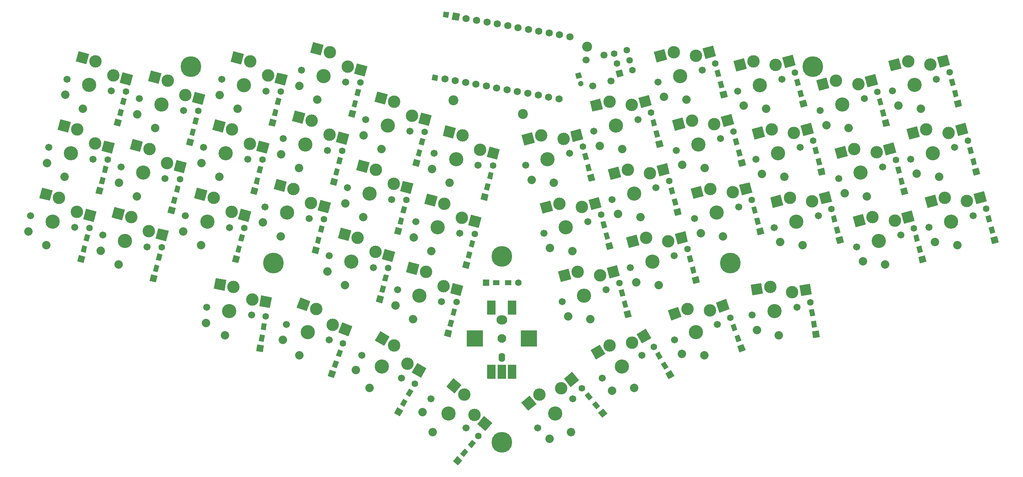
<source format=gbs>
G04 #@! TF.GenerationSoftware,KiCad,Pcbnew,(5.1.9)-1*
G04 #@! TF.CreationDate,2021-07-05T21:58:01+03:00*
G04 #@! TF.ProjectId,choctopus44,63686f63-746f-4707-9573-34342e6b6963,1.0 Prototype*
G04 #@! TF.SameCoordinates,Original*
G04 #@! TF.FileFunction,Soldermask,Bot*
G04 #@! TF.FilePolarity,Negative*
%FSLAX46Y46*%
G04 Gerber Fmt 4.6, Leading zero omitted, Abs format (unit mm)*
G04 Created by KiCad (PCBNEW (5.1.9)-1) date 2021-07-05 21:58:01*
%MOMM*%
%LPD*%
G01*
G04 APERTURE LIST*
%ADD10O,2.600000X2.200000*%
%ADD11O,1.600000X2.200000*%
%ADD12C,2.100000*%
%ADD13R,2.000000X3.500000*%
%ADD14R,4.000000X4.000000*%
%ADD15C,1.701800*%
%ADD16C,0.100000*%
%ADD17C,3.000000*%
%ADD18C,3.429000*%
%ADD19C,2.032000*%
%ADD20C,1.752600*%
%ADD21C,1.600000*%
%ADD22R,1.600000X1.200000*%
%ADD23R,1.600000X1.600000*%
%ADD24C,5.000000*%
%ADD25C,1.700000*%
%ADD26C,2.400000*%
G04 APERTURE END LIST*
D10*
X144660000Y-125000000D03*
D11*
X144660000Y-134000000D03*
D12*
X144660000Y-129500000D03*
D13*
X147160000Y-122000000D03*
X142160000Y-122000000D03*
D14*
X151160000Y-129500000D03*
X138160000Y-129500000D03*
D13*
X147160000Y-137500000D03*
X144660000Y-137500000D03*
X142160000Y-137500000D03*
D15*
X166860408Y-79455239D03*
X177485592Y-76608229D03*
D16*
G36*
X166550381Y-74724276D02*
G01*
X165877452Y-72212869D01*
X168388859Y-71539940D01*
X169061788Y-74051347D01*
X166550381Y-74724276D01*
G37*
D17*
X176032058Y-73115417D03*
D18*
X172173000Y-78031734D03*
D19*
X168326883Y-82996347D03*
X173700032Y-83730696D03*
D17*
X170633027Y-72284475D03*
D16*
G36*
X178276226Y-73859953D02*
G01*
X177603297Y-71348546D01*
X180114704Y-70675617D01*
X180787633Y-73187024D01*
X178276226Y-73859953D01*
G37*
D15*
X72730280Y-83345636D03*
X83355464Y-86192646D03*
D16*
G36*
X74827270Y-79093489D02*
G01*
X75500199Y-76582082D01*
X78011606Y-77255011D01*
X77338677Y-79766418D01*
X74827270Y-79093489D01*
G37*
D17*
X83843073Y-82441014D03*
D18*
X78042872Y-84769141D03*
D19*
X72229730Y-87145564D03*
X76515840Y-90468103D03*
D17*
X79582845Y-79021882D03*
D16*
G36*
X85414312Y-84207886D02*
G01*
X86087241Y-81696479D01*
X88598648Y-82369408D01*
X87925719Y-84880815D01*
X85414312Y-84207886D01*
G37*
D15*
X128306325Y-84784884D03*
X138931509Y-87631894D03*
D16*
G36*
X130403315Y-80532737D02*
G01*
X131076244Y-78021330D01*
X133587651Y-78694259D01*
X132914722Y-81205666D01*
X130403315Y-80532737D01*
G37*
D17*
X139419118Y-83880262D03*
D18*
X133618917Y-86208389D03*
D19*
X127805775Y-88584812D03*
X132091885Y-91907351D03*
D17*
X135158890Y-80461130D03*
D16*
G36*
X140990357Y-85647134D02*
G01*
X141663286Y-83135727D01*
X144174693Y-83808656D01*
X143501764Y-86320063D01*
X140990357Y-85647134D01*
G37*
D15*
X182349785Y-67561994D03*
X192974969Y-64714984D03*
D16*
G36*
X182039758Y-62831031D02*
G01*
X181366829Y-60319624D01*
X183878236Y-59646695D01*
X184551165Y-62158102D01*
X182039758Y-62831031D01*
G37*
D17*
X191521435Y-61222172D03*
D18*
X187662377Y-66138489D03*
D19*
X183816260Y-71103102D03*
X189189409Y-71837451D03*
D17*
X186122404Y-60391230D03*
D16*
G36*
X193765603Y-61966708D02*
G01*
X193092674Y-59455301D01*
X195604081Y-58782372D01*
X196277010Y-61293779D01*
X193765603Y-61966708D01*
G37*
D15*
X111836286Y-76608311D03*
X122461470Y-79455321D03*
D16*
G36*
X113933276Y-72356164D02*
G01*
X114606205Y-69844757D01*
X117117612Y-70517686D01*
X116444683Y-73029093D01*
X113933276Y-72356164D01*
G37*
D17*
X122949079Y-75703689D03*
D18*
X117148878Y-78031816D03*
D19*
X111335736Y-80408239D03*
X115621846Y-83730778D03*
D17*
X118688851Y-72284557D03*
D16*
G36*
X124520318Y-77470561D02*
G01*
X125193247Y-74959154D01*
X127704654Y-75632083D01*
X127031725Y-78143490D01*
X124520318Y-77470561D01*
G37*
D15*
X247710233Y-102657002D03*
X258335417Y-99809992D03*
D16*
G36*
X247400206Y-97926039D02*
G01*
X246727277Y-95414632D01*
X249238684Y-94741703D01*
X249911613Y-97253110D01*
X247400206Y-97926039D01*
G37*
D17*
X256881883Y-96317180D03*
D18*
X253022825Y-101233497D03*
D19*
X249176708Y-106198110D03*
X254549857Y-106932459D03*
D17*
X251482852Y-95486238D03*
D16*
G36*
X259126051Y-97061716D02*
G01*
X258453122Y-94550309D01*
X260964529Y-93877380D01*
X261637458Y-96388787D01*
X259126051Y-97061716D01*
G37*
D15*
X96346909Y-64715066D03*
X106972093Y-67562076D03*
D16*
G36*
X98443899Y-60462919D02*
G01*
X99116828Y-57951512D01*
X101628235Y-58624441D01*
X100955306Y-61135848D01*
X98443899Y-60462919D01*
G37*
D17*
X107459702Y-63810444D03*
D18*
X101659501Y-66138571D03*
D19*
X95846359Y-68514994D03*
X100132469Y-71837533D03*
D17*
X103199474Y-60391312D03*
D16*
G36*
X109030941Y-65577316D02*
G01*
X109703870Y-63065909D01*
X112215277Y-63738838D01*
X111542348Y-66250245D01*
X109030941Y-65577316D01*
G37*
D15*
X30986462Y-99810074D03*
X41611646Y-102657084D03*
D16*
G36*
X33083452Y-95557927D02*
G01*
X33756381Y-93046520D01*
X36267788Y-93719449D01*
X35594859Y-96230856D01*
X33083452Y-95557927D01*
G37*
D17*
X42099255Y-98905452D03*
D18*
X36299054Y-101233579D03*
D19*
X30485912Y-103610002D03*
X34772022Y-106932541D03*
D17*
X37839027Y-95486320D03*
D16*
G36*
X43670494Y-100672324D02*
G01*
X44343423Y-98160917D01*
X46854830Y-98833846D01*
X46181901Y-101345253D01*
X43670494Y-100672324D01*
G37*
D15*
X127581757Y-144018601D03*
X136008245Y-151089265D03*
D16*
G36*
X131279310Y-141051073D02*
G01*
X132950558Y-139059357D01*
X134942274Y-140730605D01*
X133271026Y-142722321D01*
X131279310Y-141051073D01*
G37*
D17*
X138035677Y-147895204D03*
D18*
X131795001Y-147553933D03*
D19*
X125522186Y-147250964D03*
X128002554Y-152073595D03*
D17*
X135619587Y-142995969D03*
D16*
G36*
X138712990Y-150160568D02*
G01*
X140384238Y-148168852D01*
X142375954Y-149840100D01*
X140704706Y-151831816D01*
X138712990Y-150160568D01*
G37*
D15*
X186300525Y-129828471D03*
X196637143Y-126066249D03*
D16*
G36*
X185579347Y-125142532D02*
G01*
X184690094Y-122699331D01*
X187133295Y-121810078D01*
X188022548Y-124253279D01*
X185579347Y-125142532D01*
G37*
D17*
X194884722Y-122713412D03*
D18*
X191468834Y-127947360D03*
D19*
X188070047Y-133228293D03*
X193486753Y-133491546D03*
D17*
X189433814Y-122356189D03*
D16*
G36*
X197185241Y-123259523D02*
G01*
X196295988Y-120816322D01*
X198739189Y-119927069D01*
X199628442Y-122370270D01*
X197185241Y-123259523D01*
G37*
D15*
X168879952Y-139019195D03*
X178406232Y-133519195D03*
D16*
G36*
X167356026Y-134529677D02*
G01*
X166056026Y-132278011D01*
X168307692Y-130978011D01*
X169607692Y-133229677D01*
X167356026Y-134529677D01*
G37*
D17*
X176098219Y-130521600D03*
D18*
X173643092Y-136269195D03*
D19*
X171212965Y-142060092D03*
X176593092Y-141378745D03*
D17*
X170668092Y-131116344D03*
D16*
G36*
X178458619Y-130659933D02*
G01*
X177158619Y-128408267D01*
X179410285Y-127108267D01*
X180710285Y-129359933D01*
X178458619Y-130659933D01*
G37*
D15*
X92683404Y-126066249D03*
X103020022Y-129828471D03*
D16*
G36*
X95143013Y-122013047D02*
G01*
X96032266Y-119569846D01*
X98475467Y-120459099D01*
X97586214Y-122902300D01*
X95143013Y-122013047D01*
G37*
D17*
X103832752Y-126133613D03*
D18*
X97851713Y-127947360D03*
D19*
X91853573Y-129808091D03*
X95833794Y-133491546D03*
D17*
X99886733Y-122356189D03*
D16*
G36*
X105244018Y-128030703D02*
G01*
X106133271Y-125587502D01*
X108576472Y-126476755D01*
X107687219Y-128919956D01*
X105244018Y-128030703D01*
G37*
D15*
X73457466Y-121894935D03*
X84290352Y-123805065D03*
D16*
G36*
X75175877Y-117476203D02*
G01*
X75627363Y-114915703D01*
X78187863Y-115367189D01*
X77736377Y-117927689D01*
X75175877Y-117476203D01*
G37*
D17*
X84449128Y-120025212D03*
D18*
X78873909Y-122850000D03*
D19*
X73290007Y-125724029D03*
X77849385Y-128660366D03*
D17*
X79907116Y-116990394D03*
D16*
G36*
X86168381Y-121648417D02*
G01*
X86619867Y-119087917D01*
X89180367Y-119539403D01*
X88728881Y-122099903D01*
X86168381Y-121648417D01*
G37*
D15*
X230281522Y-107333811D03*
X240906706Y-104486801D03*
D16*
G36*
X229971495Y-102602848D02*
G01*
X229298566Y-100091441D01*
X231809973Y-99418512D01*
X232482902Y-101929919D01*
X229971495Y-102602848D01*
G37*
D17*
X239453172Y-100993989D03*
D18*
X235594114Y-105910306D03*
D19*
X231747997Y-110874919D03*
X237121146Y-111609268D03*
D17*
X234054141Y-100163047D03*
D16*
G36*
X241697340Y-101738525D02*
G01*
X241024411Y-99227118D01*
X243535818Y-98554189D01*
X244208747Y-101065596D01*
X241697340Y-101738525D01*
G37*
D15*
X210379367Y-102670654D03*
X221004551Y-99823644D03*
D16*
G36*
X210069340Y-97939691D02*
G01*
X209396411Y-95428284D01*
X211907818Y-94755355D01*
X212580747Y-97266762D01*
X210069340Y-97939691D01*
G37*
D17*
X219551017Y-96330832D03*
D18*
X215691959Y-101247149D03*
D19*
X211845842Y-106211762D03*
X217218991Y-106946111D03*
D17*
X214151986Y-95499890D03*
D16*
G36*
X221795185Y-97075368D02*
G01*
X221122256Y-94563961D01*
X223633663Y-93891032D01*
X224306592Y-96402439D01*
X221795185Y-97075368D01*
G37*
D15*
X175649455Y-112334338D03*
X186274639Y-109487328D03*
D16*
G36*
X175339428Y-107603375D02*
G01*
X174666499Y-105091968D01*
X177177906Y-104419039D01*
X177850835Y-106930446D01*
X175339428Y-107603375D01*
G37*
D17*
X184821105Y-105994516D03*
D18*
X180962047Y-110910833D03*
D19*
X177115930Y-115875446D03*
X182489079Y-116609795D03*
D17*
X179422074Y-105163574D03*
D16*
G36*
X187065273Y-106739052D02*
G01*
X186392344Y-104227645D01*
X188903751Y-103554716D01*
X189576680Y-106066123D01*
X187065273Y-106739052D01*
G37*
D15*
X243296409Y-86168951D03*
X253921593Y-83321941D03*
D16*
G36*
X242986382Y-81437988D02*
G01*
X242313453Y-78926581D01*
X244824860Y-78253652D01*
X245497789Y-80765059D01*
X242986382Y-81437988D01*
G37*
D17*
X252468059Y-79829129D03*
D18*
X248609001Y-84745446D03*
D19*
X244762884Y-89710059D03*
X250136033Y-90444408D03*
D17*
X247069028Y-78998187D03*
D16*
G36*
X254712227Y-80573665D02*
G01*
X254039298Y-78062258D01*
X256550705Y-77389329D01*
X257223634Y-79900736D01*
X254712227Y-80573665D01*
G37*
D15*
X225911032Y-90882121D03*
X236536216Y-88035111D03*
D16*
G36*
X225601005Y-86151158D02*
G01*
X224928076Y-83639751D01*
X227439483Y-82966822D01*
X228112412Y-85478229D01*
X225601005Y-86151158D01*
G37*
D17*
X235082682Y-84542299D03*
D18*
X231223624Y-89458616D03*
D19*
X227377507Y-94423229D03*
X232750656Y-95157578D03*
D17*
X229683651Y-83711357D03*
D16*
G36*
X237326850Y-85286835D02*
G01*
X236653921Y-82775428D01*
X239165328Y-82102499D01*
X239838257Y-84613906D01*
X237326850Y-85286835D01*
G37*
D15*
X205966415Y-86192564D03*
X216591599Y-83345554D03*
D16*
G36*
X205656388Y-81461601D02*
G01*
X204983459Y-78950194D01*
X207494866Y-78277265D01*
X208167795Y-80788672D01*
X205656388Y-81461601D01*
G37*
D17*
X215138065Y-79852742D03*
D18*
X211279007Y-84769059D03*
D19*
X207432890Y-89733672D03*
X212806039Y-90468021D03*
D17*
X209739034Y-79021800D03*
D16*
G36*
X217382233Y-80597278D02*
G01*
X216709304Y-78085871D01*
X219220711Y-77412942D01*
X219893640Y-79924349D01*
X217382233Y-80597278D01*
G37*
D15*
X186752776Y-84040955D03*
X197377960Y-81193945D03*
D16*
G36*
X186442749Y-79309992D02*
G01*
X185769820Y-76798585D01*
X188281227Y-76125656D01*
X188954156Y-78637063D01*
X186442749Y-79309992D01*
G37*
D17*
X195924426Y-77701133D03*
D18*
X192065368Y-82617450D03*
D19*
X188219251Y-87582063D03*
X193592400Y-88316412D03*
D17*
X190525395Y-76870191D03*
D16*
G36*
X198168594Y-78445669D02*
G01*
X197495665Y-75934262D01*
X200007072Y-75261333D01*
X200680001Y-77772740D01*
X198168594Y-78445669D01*
G37*
D15*
X171250822Y-95905186D03*
X181876006Y-93058176D03*
D16*
G36*
X170940795Y-91174223D02*
G01*
X170267866Y-88662816D01*
X172779273Y-87989887D01*
X173452202Y-90501294D01*
X170940795Y-91174223D01*
G37*
D17*
X180422472Y-89565364D03*
D18*
X176563414Y-94481681D03*
D19*
X172717297Y-99446294D03*
X178090446Y-100180643D03*
D17*
X175023441Y-88734422D03*
D16*
G36*
X182666640Y-90309900D02*
G01*
X181993711Y-87798493D01*
X184505118Y-87125564D01*
X185178047Y-89636971D01*
X182666640Y-90309900D01*
G37*
D15*
X154801579Y-104089978D03*
X165426763Y-101242968D03*
D16*
G36*
X154491552Y-99359015D02*
G01*
X153818623Y-96847608D01*
X156330030Y-96174679D01*
X157002959Y-98686086D01*
X154491552Y-99359015D01*
G37*
D17*
X163973229Y-97750156D03*
D18*
X160114171Y-102666473D03*
D19*
X156268054Y-107631086D03*
X161641203Y-108365435D03*
D17*
X158574198Y-96919214D03*
D16*
G36*
X166217397Y-98494692D02*
G01*
X165544468Y-95983285D01*
X168055875Y-95310356D01*
X168728804Y-97821763D01*
X166217397Y-98494692D01*
G37*
D15*
X103047239Y-109487410D03*
X113672423Y-112334420D03*
D16*
G36*
X105144229Y-105235263D02*
G01*
X105817158Y-102723856D01*
X108328565Y-103396785D01*
X107655636Y-105908192D01*
X105144229Y-105235263D01*
G37*
D17*
X114160032Y-108582788D03*
D18*
X108359831Y-110910915D03*
D19*
X102546689Y-113287338D03*
X106832799Y-116609877D03*
D17*
X109899804Y-105163656D03*
D16*
G36*
X115731271Y-110349660D02*
G01*
X116404200Y-107838253D01*
X118915607Y-108511182D01*
X118242678Y-111022589D01*
X115731271Y-110349660D01*
G37*
D15*
X87524735Y-97681610D03*
X98149919Y-100528620D03*
D16*
G36*
X89621725Y-93429463D02*
G01*
X90294654Y-90918056D01*
X92806061Y-91590985D01*
X92133132Y-94102392D01*
X89621725Y-93429463D01*
G37*
D17*
X98637528Y-96776988D03*
D18*
X92837327Y-99105115D03*
D19*
X87024185Y-101481538D03*
X91310295Y-104804077D03*
D17*
X94377300Y-93357856D03*
D16*
G36*
X100208767Y-98543860D02*
G01*
X100881696Y-96032453D01*
X103393103Y-96705382D01*
X102720174Y-99216789D01*
X100208767Y-98543860D01*
G37*
D15*
X68317327Y-99823726D03*
X78942511Y-102670736D03*
D16*
G36*
X70414317Y-95571579D02*
G01*
X71087246Y-93060172D01*
X73598653Y-93733101D01*
X72925724Y-96244508D01*
X70414317Y-95571579D01*
G37*
D17*
X79430120Y-98919104D03*
D18*
X73629919Y-101247231D03*
D19*
X67816777Y-103623654D03*
X72102887Y-106946193D03*
D17*
X75169892Y-95499972D03*
D16*
G36*
X81001359Y-100685976D02*
G01*
X81674288Y-98174569D01*
X84185695Y-98847498D01*
X83512766Y-101358905D01*
X81001359Y-100685976D01*
G37*
D15*
X123895115Y-101243050D03*
X134520299Y-104090060D03*
D16*
G36*
X125992105Y-96990903D02*
G01*
X126665034Y-94479496D01*
X129176441Y-95152425D01*
X128503512Y-97663832D01*
X125992105Y-96990903D01*
G37*
D17*
X135007908Y-100338428D03*
D18*
X129207707Y-102666555D03*
D19*
X123394565Y-105042978D03*
X127680675Y-108365517D03*
D17*
X130747680Y-96919296D03*
D16*
G36*
X136579147Y-102105300D02*
G01*
X137252076Y-99593893D01*
X139763483Y-100266822D01*
X139090554Y-102778229D01*
X136579147Y-102105300D01*
G37*
D15*
X107445872Y-93058258D03*
X118071056Y-95905268D03*
D16*
G36*
X109542862Y-88806111D02*
G01*
X110215791Y-86294704D01*
X112727198Y-86967633D01*
X112054269Y-89479040D01*
X109542862Y-88806111D01*
G37*
D17*
X118558665Y-92153636D03*
D18*
X112758464Y-94481763D03*
D19*
X106945322Y-96858186D03*
X111231432Y-100180725D03*
D17*
X114298437Y-88734504D03*
D16*
G36*
X120129904Y-93920508D02*
G01*
X120802833Y-91409101D01*
X123314240Y-92082030D01*
X122641311Y-94593437D01*
X120129904Y-93920508D01*
G37*
D15*
X52785663Y-88035193D03*
X63410847Y-90882203D03*
D16*
G36*
X54882653Y-83783046D02*
G01*
X55555582Y-81271639D01*
X58066989Y-81944568D01*
X57394060Y-84455975D01*
X54882653Y-83783046D01*
G37*
D17*
X63898456Y-87130571D03*
D18*
X58098255Y-89458698D03*
D19*
X52285113Y-91835121D03*
X56571223Y-95157660D03*
D17*
X59638228Y-83711439D03*
D16*
G36*
X65469695Y-88897443D02*
G01*
X66142624Y-86386036D01*
X68654031Y-87058965D01*
X67981102Y-89570372D01*
X65469695Y-88897443D01*
G37*
D15*
X77130656Y-66896560D03*
X87755840Y-69743570D03*
D16*
G36*
X79227646Y-62644413D02*
G01*
X79900575Y-60133006D01*
X82411982Y-60805935D01*
X81739053Y-63317342D01*
X79227646Y-62644413D01*
G37*
D17*
X88243449Y-65991938D03*
D18*
X82443248Y-68320065D03*
D19*
X76630106Y-70696488D03*
X80916216Y-74019027D03*
D17*
X83983221Y-62572806D03*
D16*
G36*
X89814688Y-67758810D02*
G01*
X90487617Y-65247403D01*
X92999024Y-65920332D01*
X92326095Y-68431739D01*
X89814688Y-67758810D01*
G37*
D15*
X57216796Y-71578770D03*
X67841980Y-74425780D03*
D16*
G36*
X59313786Y-67326623D02*
G01*
X59986715Y-64815216D01*
X62498122Y-65488145D01*
X61825193Y-67999552D01*
X59313786Y-67326623D01*
G37*
D17*
X68329589Y-70674148D03*
D18*
X62529388Y-73002275D03*
D19*
X56716246Y-75378698D03*
X61002356Y-78701237D03*
D17*
X64069361Y-67255016D03*
D16*
G36*
X69900828Y-72441020D02*
G01*
X70573757Y-69929613D01*
X73085164Y-70602542D01*
X72412235Y-73113949D01*
X69900828Y-72441020D01*
G37*
D15*
X39801534Y-66862985D03*
X50426718Y-69709995D03*
D16*
G36*
X41898524Y-62610838D02*
G01*
X42571453Y-60099431D01*
X45082860Y-60772360D01*
X44409931Y-63283767D01*
X41898524Y-62610838D01*
G37*
D17*
X50914327Y-65958363D03*
D18*
X45114126Y-68286490D03*
D19*
X39300984Y-70662913D03*
X43587094Y-73985452D03*
D17*
X46654099Y-62539231D03*
D16*
G36*
X52485566Y-67725235D02*
G01*
X53158495Y-65213828D01*
X55669902Y-65886757D01*
X54996973Y-68398164D01*
X52485566Y-67725235D01*
G37*
D15*
X205033557Y-123805065D03*
X215866443Y-121894935D03*
D16*
G36*
X205137041Y-119065085D02*
G01*
X204685555Y-116504585D01*
X207246055Y-116053099D01*
X207697541Y-118613599D01*
X205137041Y-119065085D01*
G37*
D17*
X214722858Y-118288730D03*
D18*
X210450000Y-122850000D03*
D19*
X206185824Y-127460510D03*
X211474524Y-128660366D03*
D17*
X209416793Y-116990394D03*
D16*
G36*
X216893596Y-119226025D02*
G01*
X216442110Y-116665525D01*
X219002610Y-116214039D01*
X219454096Y-118774539D01*
X216893596Y-119226025D01*
G37*
D15*
X153312653Y-151089265D03*
X161739141Y-144018601D03*
D16*
G36*
X151032281Y-146932580D02*
G01*
X149361033Y-144940864D01*
X151352749Y-143269616D01*
X153023997Y-145261332D01*
X151032281Y-146932580D01*
G37*
D17*
X158945666Y-141467328D03*
D18*
X157525897Y-147553933D03*
D19*
X156138268Y-153678840D03*
X161318344Y-152073595D03*
D17*
X153701311Y-142995969D03*
D16*
G36*
X161294227Y-141193681D02*
G01*
X159622979Y-139201965D01*
X161614695Y-137530717D01*
X163285943Y-139522433D01*
X161294227Y-141193681D01*
G37*
D15*
X35400286Y-83322023D03*
X46025470Y-86169033D03*
D16*
G36*
X37497276Y-79069876D02*
G01*
X38170205Y-76558469D01*
X40681612Y-77231398D01*
X40008683Y-79742805D01*
X37497276Y-79069876D01*
G37*
D17*
X46513079Y-82417401D03*
D18*
X40712878Y-84745528D03*
D19*
X34899736Y-87121951D03*
X39185846Y-90444490D03*
D17*
X42252851Y-78998269D03*
D16*
G36*
X48084318Y-84184273D02*
G01*
X48757247Y-81672866D01*
X51268654Y-82345795D01*
X50595725Y-84857202D01*
X48084318Y-84184273D01*
G37*
D15*
X191166600Y-100529007D03*
X201791784Y-97681997D03*
D16*
G36*
X190856573Y-95798044D02*
G01*
X190183644Y-93286637D01*
X192695051Y-92613708D01*
X193367980Y-95125115D01*
X190856573Y-95798044D01*
G37*
D17*
X200338250Y-94189185D03*
D18*
X196479192Y-99105502D03*
D19*
X192633075Y-104070115D03*
X198006224Y-104804464D03*
D17*
X194939219Y-93358243D03*
D16*
G36*
X202582418Y-94933721D02*
G01*
X201909489Y-92422314D01*
X204420896Y-91749385D01*
X205093825Y-94260792D01*
X202582418Y-94933721D01*
G37*
D15*
X48415172Y-104486883D03*
X59040356Y-107333893D03*
D16*
G36*
X50512162Y-100234736D02*
G01*
X51185091Y-97723329D01*
X53696498Y-98396258D01*
X53023569Y-100907665D01*
X50512162Y-100234736D01*
G37*
D17*
X59527965Y-103582261D03*
D18*
X53727764Y-105910388D03*
D19*
X47914622Y-108286811D03*
X52200732Y-111609350D03*
D17*
X55267737Y-100163129D03*
D16*
G36*
X61099204Y-105349133D02*
G01*
X61772133Y-102837726D01*
X64283540Y-103510655D01*
X63610611Y-106022062D01*
X61099204Y-105349133D01*
G37*
D15*
X159203699Y-120558978D03*
X169828883Y-117711968D03*
D16*
G36*
X158893672Y-115828015D02*
G01*
X158220743Y-113316608D01*
X160732150Y-112643679D01*
X161405079Y-115155086D01*
X158893672Y-115828015D01*
G37*
D17*
X168375349Y-114219156D03*
D18*
X164516291Y-119135473D03*
D19*
X160670174Y-124100086D03*
X166043323Y-124834435D03*
D17*
X162976318Y-113388214D03*
D16*
G36*
X170619517Y-114963692D02*
G01*
X169946588Y-112452285D01*
X172457995Y-111779356D01*
X173130924Y-114290763D01*
X170619517Y-114963692D01*
G37*
D15*
X238895161Y-69709913D03*
X249520345Y-66862903D03*
D16*
G36*
X238585134Y-64978950D02*
G01*
X237912205Y-62467543D01*
X240423612Y-61794614D01*
X241096541Y-64306021D01*
X238585134Y-64978950D01*
G37*
D17*
X248066811Y-63370091D03*
D18*
X244207753Y-68286408D03*
D19*
X240361636Y-73251021D03*
X245734785Y-73985370D03*
D17*
X242667780Y-62539149D03*
D16*
G36*
X250310979Y-64114627D02*
G01*
X249638050Y-61603220D01*
X252149457Y-60930291D01*
X252822386Y-63441698D01*
X250310979Y-64114627D01*
G37*
D15*
X119492996Y-117712050D03*
X130118180Y-120559060D03*
D16*
G36*
X121589986Y-113459903D02*
G01*
X122262915Y-110948496D01*
X124774322Y-111621425D01*
X124101393Y-114132832D01*
X121589986Y-113459903D01*
G37*
D17*
X130605789Y-116807428D03*
D18*
X124805588Y-119135555D03*
D19*
X118992446Y-121511978D03*
X123278556Y-124834517D03*
D17*
X126345561Y-113388296D03*
D16*
G36*
X132177028Y-118574300D02*
G01*
X132849957Y-116062893D01*
X135361364Y-116735822D01*
X134688435Y-119247229D01*
X132177028Y-118574300D01*
G37*
D15*
X91943918Y-81194027D03*
X102569102Y-84041037D03*
D16*
G36*
X94040908Y-76941880D02*
G01*
X94713837Y-74430473D01*
X97225244Y-75103402D01*
X96552315Y-77614809D01*
X94040908Y-76941880D01*
G37*
D17*
X103056711Y-80289405D03*
D18*
X97256510Y-82617532D03*
D19*
X91443368Y-84993955D03*
X95729478Y-88316494D03*
D17*
X98796483Y-76870273D03*
D16*
G36*
X104627950Y-82056277D02*
G01*
X105300879Y-79544870D01*
X107812286Y-80217799D01*
X107139357Y-82729206D01*
X104627950Y-82056277D01*
G37*
D15*
X110908222Y-133519195D03*
X120434502Y-139019195D03*
D16*
G36*
X114034296Y-129954677D02*
G01*
X115334296Y-127703011D01*
X117585962Y-129003011D01*
X116285962Y-131254677D01*
X114034296Y-129954677D01*
G37*
D17*
X121876489Y-135521600D03*
D18*
X115671362Y-136269195D03*
D19*
X109441235Y-137060092D03*
X112721362Y-141378745D03*
D17*
X118646362Y-131116344D03*
D16*
G36*
X122936889Y-137634933D02*
G01*
X124236889Y-135383267D01*
X126488555Y-136683267D01*
X125188555Y-138934933D01*
X122936889Y-137634933D01*
G37*
D15*
X221479898Y-74425698D03*
X232105082Y-71578688D03*
D16*
G36*
X221169871Y-69694735D02*
G01*
X220496942Y-67183328D01*
X223008349Y-66510399D01*
X223681278Y-69021806D01*
X221169871Y-69694735D01*
G37*
D17*
X230651548Y-68085876D03*
D18*
X226792490Y-73002193D03*
D19*
X222946373Y-77966806D03*
X228319522Y-78701155D03*
D17*
X225252517Y-67254934D03*
D16*
G36*
X232895716Y-68830412D02*
G01*
X232222787Y-66319005D01*
X234734194Y-65646076D01*
X235407123Y-68157483D01*
X232895716Y-68830412D01*
G37*
D15*
X201566039Y-69743488D03*
X212191223Y-66896478D03*
D16*
G36*
X201256012Y-65012525D02*
G01*
X200583083Y-62501118D01*
X203094490Y-61828189D01*
X203767419Y-64339596D01*
X201256012Y-65012525D01*
G37*
D17*
X210737689Y-63403666D03*
D18*
X206878631Y-68319983D03*
D19*
X203032514Y-73284596D03*
X208405663Y-74018945D03*
D17*
X205338658Y-62572724D03*
D16*
G36*
X212981857Y-64148202D02*
G01*
X212308928Y-61636795D01*
X214820335Y-60963866D01*
X215493264Y-63475273D01*
X212981857Y-64148202D01*
G37*
D15*
X150390370Y-87631812D03*
X161015554Y-84784802D03*
D16*
G36*
X150080343Y-82900849D02*
G01*
X149407414Y-80389442D01*
X151918821Y-79716513D01*
X152591750Y-82227920D01*
X150080343Y-82900849D01*
G37*
D17*
X159562020Y-81291990D03*
D18*
X155702962Y-86208307D03*
D19*
X151856845Y-91172920D03*
X157229994Y-91907269D03*
D17*
X154162989Y-80461048D03*
D16*
G36*
X161806188Y-82036526D02*
G01*
X161133259Y-79525119D01*
X163644666Y-78852190D01*
X164317595Y-81363597D01*
X161806188Y-82036526D01*
G37*
D20*
X130919037Y-66778370D03*
X161080963Y-56621630D03*
X133420448Y-67219436D03*
X135921860Y-67660503D03*
X138423272Y-68101569D03*
X140924683Y-68542636D03*
X143426095Y-68983702D03*
X145927507Y-69424768D03*
X148428918Y-69865835D03*
X150930330Y-70306901D03*
X153431742Y-70747967D03*
X155933154Y-71189034D03*
X158434565Y-71630100D03*
X158579552Y-56180564D03*
X156078140Y-55739497D03*
X153576728Y-55298431D03*
X151075317Y-54857364D03*
X148573905Y-54416298D03*
X146072493Y-53975232D03*
X143571082Y-53534165D03*
X141069670Y-53093099D03*
X138568258Y-52652033D03*
X136066846Y-52210966D03*
D16*
G36*
X132550280Y-52480719D02*
G01*
X132854616Y-50754745D01*
X134580590Y-51059081D01*
X134276254Y-52785055D01*
X132550280Y-52480719D01*
G37*
G36*
X132695435Y-122155227D02*
G01*
X133854546Y-122465810D01*
X133440435Y-124011291D01*
X132281324Y-123700708D01*
X132695435Y-122155227D01*
G37*
G36*
X131970741Y-124859819D02*
G01*
X133129852Y-125170402D01*
X132715741Y-126715883D01*
X131556630Y-126405300D01*
X131970741Y-124859819D01*
G37*
D21*
X133714982Y-120668444D03*
D16*
G36*
X131130509Y-127222870D02*
G01*
X132675990Y-127636981D01*
X132261879Y-129182462D01*
X130716398Y-128768351D01*
X131130509Y-127222870D01*
G37*
G36*
X180524042Y-76761989D02*
G01*
X181683153Y-76451406D01*
X182097264Y-77996887D01*
X180938153Y-78307470D01*
X180524042Y-76761989D01*
G37*
G36*
X181248736Y-79466581D02*
G01*
X182407847Y-79155998D01*
X182821958Y-80701479D01*
X181662847Y-81012062D01*
X181248736Y-79466581D01*
G37*
D21*
X180663606Y-74964623D03*
D16*
G36*
X181702598Y-81933160D02*
G01*
X183248079Y-81519049D01*
X183662190Y-83064530D01*
X182116709Y-83478641D01*
X181702598Y-81933160D01*
G37*
G36*
X172871042Y-117870255D02*
G01*
X174030153Y-117559672D01*
X174444264Y-119105153D01*
X173285153Y-119415736D01*
X172871042Y-117870255D01*
G37*
G36*
X173595736Y-120574847D02*
G01*
X174754847Y-120264264D01*
X175168958Y-121809745D01*
X174009847Y-122120328D01*
X173595736Y-120574847D01*
G37*
D21*
X173010606Y-116072889D03*
D16*
G36*
X174049598Y-123041426D02*
G01*
X175595079Y-122627315D01*
X176009190Y-124172796D01*
X174463709Y-124586907D01*
X174049598Y-123041426D01*
G37*
G36*
X184914456Y-93211936D02*
G01*
X186073567Y-92901353D01*
X186487678Y-94446834D01*
X185328567Y-94757417D01*
X184914456Y-93211936D01*
G37*
G36*
X185639150Y-95916528D02*
G01*
X186798261Y-95605945D01*
X187212372Y-97151426D01*
X186053261Y-97462009D01*
X185639150Y-95916528D01*
G37*
D21*
X185054020Y-91414570D03*
D16*
G36*
X186093012Y-98383107D02*
G01*
X187638493Y-97968996D01*
X188052604Y-99514477D01*
X186507123Y-99928588D01*
X186093012Y-98383107D01*
G37*
G36*
X53003973Y-71306162D02*
G01*
X54163084Y-71616745D01*
X53748973Y-73162226D01*
X52589862Y-72851643D01*
X53003973Y-71306162D01*
G37*
G36*
X52279279Y-74010754D02*
G01*
X53438390Y-74321337D01*
X53024279Y-75866818D01*
X51865168Y-75556235D01*
X52279279Y-74010754D01*
G37*
D21*
X54023520Y-69819379D03*
D16*
G36*
X51439047Y-76373805D02*
G01*
X52984528Y-76787916D01*
X52570417Y-78333397D01*
X51024936Y-77919286D01*
X51439047Y-76373805D01*
G37*
G36*
X70419235Y-76021947D02*
G01*
X71578346Y-76332530D01*
X71164235Y-77878011D01*
X70005124Y-77567428D01*
X70419235Y-76021947D01*
G37*
G36*
X69694541Y-78726539D02*
G01*
X70853652Y-79037122D01*
X70439541Y-80582603D01*
X69280430Y-80272020D01*
X69694541Y-78726539D01*
G37*
D21*
X71438782Y-74535164D03*
D16*
G36*
X68854309Y-81089590D02*
G01*
X70399790Y-81503701D01*
X69985679Y-83049182D01*
X68440198Y-82635071D01*
X68854309Y-81089590D01*
G37*
G36*
X90333095Y-71339737D02*
G01*
X91492206Y-71650320D01*
X91078095Y-73195801D01*
X89918984Y-72885218D01*
X90333095Y-71339737D01*
G37*
G36*
X89608401Y-74044329D02*
G01*
X90767512Y-74354912D01*
X90353401Y-75900393D01*
X89194290Y-75589810D01*
X89608401Y-74044329D01*
G37*
D21*
X91352642Y-69852954D03*
D16*
G36*
X88768169Y-76407380D02*
G01*
X90313650Y-76821491D01*
X89899539Y-78366972D01*
X88354058Y-77952861D01*
X88768169Y-76407380D01*
G37*
G36*
X109549348Y-69158243D02*
G01*
X110708459Y-69468826D01*
X110294348Y-71014307D01*
X109135237Y-70703724D01*
X109549348Y-69158243D01*
G37*
G36*
X108824654Y-71862835D02*
G01*
X109983765Y-72173418D01*
X109569654Y-73718899D01*
X108410543Y-73408316D01*
X108824654Y-71862835D01*
G37*
D21*
X110568895Y-67671460D03*
D16*
G36*
X107984422Y-74225886D02*
G01*
X109529903Y-74639997D01*
X109115792Y-76185478D01*
X107570311Y-75771367D01*
X107984422Y-74225886D01*
G37*
G36*
X125038725Y-81051488D02*
G01*
X126197836Y-81362071D01*
X125783725Y-82907552D01*
X124624614Y-82596969D01*
X125038725Y-81051488D01*
G37*
G36*
X124314031Y-83756080D02*
G01*
X125473142Y-84066663D01*
X125059031Y-85612144D01*
X123899920Y-85301561D01*
X124314031Y-83756080D01*
G37*
D21*
X126058272Y-79564705D03*
D16*
G36*
X123473799Y-86119131D02*
G01*
X125019280Y-86533242D01*
X124605169Y-88078723D01*
X123059688Y-87664612D01*
X123473799Y-86119131D01*
G37*
G36*
X141508764Y-89228061D02*
G01*
X142667875Y-89538644D01*
X142253764Y-91084125D01*
X141094653Y-90773542D01*
X141508764Y-89228061D01*
G37*
G36*
X140784070Y-91932653D02*
G01*
X141943181Y-92243236D01*
X141529070Y-93788717D01*
X140369959Y-93478134D01*
X140784070Y-91932653D01*
G37*
D21*
X142528311Y-87741278D03*
D16*
G36*
X139943838Y-94295704D02*
G01*
X141489319Y-94709815D01*
X141075208Y-96255296D01*
X139529727Y-95841185D01*
X139943838Y-94295704D01*
G37*
G36*
X48602725Y-87765200D02*
G01*
X49761836Y-88075783D01*
X49347725Y-89621264D01*
X48188614Y-89310681D01*
X48602725Y-87765200D01*
G37*
G36*
X47878031Y-90469792D02*
G01*
X49037142Y-90780375D01*
X48623031Y-92325856D01*
X47463920Y-92015273D01*
X47878031Y-90469792D01*
G37*
D21*
X49622272Y-86278417D03*
D16*
G36*
X47037799Y-92832843D02*
G01*
X48583280Y-93246954D01*
X48169169Y-94792435D01*
X46623688Y-94378324D01*
X47037799Y-92832843D01*
G37*
G36*
X65988102Y-92478370D02*
G01*
X67147213Y-92788953D01*
X66733102Y-94334434D01*
X65573991Y-94023851D01*
X65988102Y-92478370D01*
G37*
G36*
X65263408Y-95182962D02*
G01*
X66422519Y-95493545D01*
X66008408Y-97039026D01*
X64849297Y-96728443D01*
X65263408Y-95182962D01*
G37*
D21*
X67007649Y-90991587D03*
D16*
G36*
X64423176Y-97546013D02*
G01*
X65968657Y-97960124D01*
X65554546Y-99505605D01*
X64009065Y-99091494D01*
X64423176Y-97546013D01*
G37*
G36*
X85932719Y-87788813D02*
G01*
X87091830Y-88099396D01*
X86677719Y-89644877D01*
X85518608Y-89334294D01*
X85932719Y-87788813D01*
G37*
G36*
X85208025Y-90493405D02*
G01*
X86367136Y-90803988D01*
X85953025Y-92349469D01*
X84793914Y-92038886D01*
X85208025Y-90493405D01*
G37*
D21*
X86952266Y-86302030D03*
D16*
G36*
X84367793Y-92856456D02*
G01*
X85913274Y-93270567D01*
X85499163Y-94816048D01*
X83953682Y-94401937D01*
X84367793Y-92856456D01*
G37*
G36*
X105146357Y-85637204D02*
G01*
X106305468Y-85947787D01*
X105891357Y-87493268D01*
X104732246Y-87182685D01*
X105146357Y-85637204D01*
G37*
G36*
X104421663Y-88341796D02*
G01*
X105580774Y-88652379D01*
X105166663Y-90197860D01*
X104007552Y-89887277D01*
X104421663Y-88341796D01*
G37*
D21*
X106165904Y-84150421D03*
D16*
G36*
X103581431Y-90704847D02*
G01*
X105126912Y-91118958D01*
X104712801Y-92664439D01*
X103167320Y-92250328D01*
X103581431Y-90704847D01*
G37*
G36*
X120648311Y-97501435D02*
G01*
X121807422Y-97812018D01*
X121393311Y-99357499D01*
X120234200Y-99046916D01*
X120648311Y-97501435D01*
G37*
G36*
X119923617Y-100206027D02*
G01*
X121082728Y-100516610D01*
X120668617Y-102062091D01*
X119509506Y-101751508D01*
X119923617Y-100206027D01*
G37*
D21*
X121667858Y-96014652D03*
D16*
G36*
X119083385Y-102569078D02*
G01*
X120628866Y-102983189D01*
X120214755Y-104528670D01*
X118669274Y-104114559D01*
X119083385Y-102569078D01*
G37*
G36*
X137097554Y-105686227D02*
G01*
X138256665Y-105996810D01*
X137842554Y-107542291D01*
X136683443Y-107231708D01*
X137097554Y-105686227D01*
G37*
G36*
X136372860Y-108390819D02*
G01*
X137531971Y-108701402D01*
X137117860Y-110246883D01*
X135958749Y-109936300D01*
X136372860Y-108390819D01*
G37*
D21*
X138117101Y-104199444D03*
D16*
G36*
X135532628Y-110753870D02*
G01*
X137078109Y-111167981D01*
X136663998Y-112713462D01*
X135118517Y-112299351D01*
X135532628Y-110753870D01*
G37*
G36*
X44188901Y-104253251D02*
G01*
X45348012Y-104563834D01*
X44933901Y-106109315D01*
X43774790Y-105798732D01*
X44188901Y-104253251D01*
G37*
G36*
X43464207Y-106957843D02*
G01*
X44623318Y-107268426D01*
X44209207Y-108813907D01*
X43050096Y-108503324D01*
X43464207Y-106957843D01*
G37*
D21*
X45208448Y-102766468D03*
D16*
G36*
X42623975Y-109320894D02*
G01*
X44169456Y-109735005D01*
X43755345Y-111280486D01*
X42209864Y-110866375D01*
X42623975Y-109320894D01*
G37*
G36*
X61617611Y-108930060D02*
G01*
X62776722Y-109240643D01*
X62362611Y-110786124D01*
X61203500Y-110475541D01*
X61617611Y-108930060D01*
G37*
G36*
X60892917Y-111634652D02*
G01*
X62052028Y-111945235D01*
X61637917Y-113490716D01*
X60478806Y-113180133D01*
X60892917Y-111634652D01*
G37*
D21*
X62637158Y-107443277D03*
D16*
G36*
X60052685Y-113997703D02*
G01*
X61598166Y-114411814D01*
X61184055Y-115957295D01*
X59638574Y-115543184D01*
X60052685Y-113997703D01*
G37*
G36*
X81519766Y-104266903D02*
G01*
X82678877Y-104577486D01*
X82264766Y-106122967D01*
X81105655Y-105812384D01*
X81519766Y-104266903D01*
G37*
G36*
X80795072Y-106971495D02*
G01*
X81954183Y-107282078D01*
X81540072Y-108827559D01*
X80380961Y-108516976D01*
X80795072Y-106971495D01*
G37*
D21*
X82539313Y-102780120D03*
D16*
G36*
X79954840Y-109334546D02*
G01*
X81500321Y-109748657D01*
X81086210Y-111294138D01*
X79540729Y-110880027D01*
X79954840Y-109334546D01*
G37*
G36*
X100727174Y-102124787D02*
G01*
X101886285Y-102435370D01*
X101472174Y-103980851D01*
X100313063Y-103670268D01*
X100727174Y-102124787D01*
G37*
G36*
X100002480Y-104829379D02*
G01*
X101161591Y-105139962D01*
X100747480Y-106685443D01*
X99588369Y-106374860D01*
X100002480Y-104829379D01*
G37*
D21*
X101746721Y-100638004D03*
D16*
G36*
X99162248Y-107192430D02*
G01*
X100707729Y-107606541D01*
X100293618Y-109152022D01*
X98748137Y-108737911D01*
X99162248Y-107192430D01*
G37*
G36*
X116249678Y-113930587D02*
G01*
X117408789Y-114241170D01*
X116994678Y-115786651D01*
X115835567Y-115476068D01*
X116249678Y-113930587D01*
G37*
G36*
X115524984Y-116635179D02*
G01*
X116684095Y-116945762D01*
X116269984Y-118491243D01*
X115110873Y-118180660D01*
X115524984Y-116635179D01*
G37*
D21*
X117269225Y-112443804D03*
D16*
G36*
X114684752Y-118998230D02*
G01*
X116230233Y-119412341D01*
X115816122Y-120957822D01*
X114270641Y-120543711D01*
X114684752Y-118998230D01*
G37*
G36*
X164054004Y-84938562D02*
G01*
X165213115Y-84627979D01*
X165627226Y-86173460D01*
X164468115Y-86484043D01*
X164054004Y-84938562D01*
G37*
G36*
X164778698Y-87643154D02*
G01*
X165937809Y-87332571D01*
X166351920Y-88878052D01*
X165192809Y-89188635D01*
X164778698Y-87643154D01*
G37*
D21*
X164193568Y-83141196D03*
D16*
G36*
X165232560Y-90109733D02*
G01*
X166778041Y-89695622D01*
X167192152Y-91241103D01*
X165646671Y-91655214D01*
X165232560Y-90109733D01*
G37*
G36*
X196013419Y-64868744D02*
G01*
X197172530Y-64558161D01*
X197586641Y-66103642D01*
X196427530Y-66414225D01*
X196013419Y-64868744D01*
G37*
G36*
X196738113Y-67573336D02*
G01*
X197897224Y-67262753D01*
X198311335Y-68808234D01*
X197152224Y-69118817D01*
X196738113Y-67573336D01*
G37*
D21*
X196152983Y-63071378D03*
D16*
G36*
X197191975Y-70039915D02*
G01*
X198737456Y-69625804D01*
X199151567Y-71171285D01*
X197606086Y-71585396D01*
X197191975Y-70039915D01*
G37*
G36*
X215229673Y-67050238D02*
G01*
X216388784Y-66739655D01*
X216802895Y-68285136D01*
X215643784Y-68595719D01*
X215229673Y-67050238D01*
G37*
G36*
X215954367Y-69754830D02*
G01*
X217113478Y-69444247D01*
X217527589Y-70989728D01*
X216368478Y-71300311D01*
X215954367Y-69754830D01*
G37*
D21*
X215369237Y-65252872D03*
D16*
G36*
X216408229Y-72221409D02*
G01*
X217953710Y-71807298D01*
X218367821Y-73352779D01*
X216822340Y-73766890D01*
X216408229Y-72221409D01*
G37*
G36*
X235143532Y-71732448D02*
G01*
X236302643Y-71421865D01*
X236716754Y-72967346D01*
X235557643Y-73277929D01*
X235143532Y-71732448D01*
G37*
G36*
X235868226Y-74437040D02*
G01*
X237027337Y-74126457D01*
X237441448Y-75671938D01*
X236282337Y-75982521D01*
X235868226Y-74437040D01*
G37*
D21*
X235283096Y-69935082D03*
D16*
G36*
X236322088Y-76903619D02*
G01*
X237867569Y-76489508D01*
X238281680Y-78034989D01*
X236736199Y-78449100D01*
X236322088Y-76903619D01*
G37*
G36*
X252558795Y-67016663D02*
G01*
X253717906Y-66706080D01*
X254132017Y-68251561D01*
X252972906Y-68562144D01*
X252558795Y-67016663D01*
G37*
G36*
X253283489Y-69721255D02*
G01*
X254442600Y-69410672D01*
X254856711Y-70956153D01*
X253697600Y-71266736D01*
X253283489Y-69721255D01*
G37*
D21*
X252698359Y-65219297D03*
D16*
G36*
X253737351Y-72187834D02*
G01*
X255282832Y-71773723D01*
X255696943Y-73319204D01*
X254151462Y-73733315D01*
X253737351Y-72187834D01*
G37*
G36*
X168465213Y-101396728D02*
G01*
X169624324Y-101086145D01*
X170038435Y-102631626D01*
X168879324Y-102942209D01*
X168465213Y-101396728D01*
G37*
G36*
X169189907Y-104101320D02*
G01*
X170349018Y-103790737D01*
X170763129Y-105336218D01*
X169604018Y-105646801D01*
X169189907Y-104101320D01*
G37*
D21*
X168604777Y-99599362D03*
D16*
G36*
X169643769Y-106567899D02*
G01*
X171189250Y-106153788D01*
X171603361Y-107699269D01*
X170057880Y-108113380D01*
X169643769Y-106567899D01*
G37*
G36*
X200416410Y-81347705D02*
G01*
X201575521Y-81037122D01*
X201989632Y-82582603D01*
X200830521Y-82893186D01*
X200416410Y-81347705D01*
G37*
G36*
X201141104Y-84052297D02*
G01*
X202300215Y-83741714D01*
X202714326Y-85287195D01*
X201555215Y-85597778D01*
X201141104Y-84052297D01*
G37*
D21*
X200555974Y-79550339D03*
D16*
G36*
X201594966Y-86518876D02*
G01*
X203140447Y-86104765D01*
X203554558Y-87650246D01*
X202009077Y-88064357D01*
X201594966Y-86518876D01*
G37*
G36*
X219630049Y-83499314D02*
G01*
X220789160Y-83188731D01*
X221203271Y-84734212D01*
X220044160Y-85044795D01*
X219630049Y-83499314D01*
G37*
G36*
X220354743Y-86203906D02*
G01*
X221513854Y-85893323D01*
X221927965Y-87438804D01*
X220768854Y-87749387D01*
X220354743Y-86203906D01*
G37*
D21*
X219769613Y-81701948D03*
D16*
G36*
X220808605Y-88670485D02*
G01*
X222354086Y-88256374D01*
X222768197Y-89801855D01*
X221222716Y-90215966D01*
X220808605Y-88670485D01*
G37*
G36*
X239574666Y-88188871D02*
G01*
X240733777Y-87878288D01*
X241147888Y-89423769D01*
X239988777Y-89734352D01*
X239574666Y-88188871D01*
G37*
G36*
X240299360Y-90893463D02*
G01*
X241458471Y-90582880D01*
X241872582Y-92128361D01*
X240713471Y-92438944D01*
X240299360Y-90893463D01*
G37*
D21*
X239714230Y-86391505D03*
D16*
G36*
X240753222Y-93360042D02*
G01*
X242298703Y-92945931D01*
X242712814Y-94491412D01*
X241167333Y-94905523D01*
X240753222Y-93360042D01*
G37*
G36*
X256960043Y-83475701D02*
G01*
X258119154Y-83165118D01*
X258533265Y-84710599D01*
X257374154Y-85021182D01*
X256960043Y-83475701D01*
G37*
G36*
X257684737Y-86180293D02*
G01*
X258843848Y-85869710D01*
X259257959Y-87415191D01*
X258098848Y-87725774D01*
X257684737Y-86180293D01*
G37*
D21*
X257099607Y-81678335D03*
D16*
G36*
X258138599Y-88646872D02*
G01*
X259684080Y-88232761D01*
X260098191Y-89778242D01*
X258552710Y-90192353D01*
X258138599Y-88646872D01*
G37*
G36*
X189313089Y-109641088D02*
G01*
X190472200Y-109330505D01*
X190886311Y-110875986D01*
X189727200Y-111186569D01*
X189313089Y-109641088D01*
G37*
G36*
X190037783Y-112345680D02*
G01*
X191196894Y-112035097D01*
X191611005Y-113580578D01*
X190451894Y-113891161D01*
X190037783Y-112345680D01*
G37*
D21*
X189452653Y-107843722D03*
D16*
G36*
X190491645Y-114812259D02*
G01*
X192037126Y-114398148D01*
X192451237Y-115943629D01*
X190905756Y-116357740D01*
X190491645Y-114812259D01*
G37*
G36*
X204830234Y-97835757D02*
G01*
X205989345Y-97525174D01*
X206403456Y-99070655D01*
X205244345Y-99381238D01*
X204830234Y-97835757D01*
G37*
G36*
X205554928Y-100540349D02*
G01*
X206714039Y-100229766D01*
X207128150Y-101775247D01*
X205969039Y-102085830D01*
X205554928Y-100540349D01*
G37*
D21*
X204969798Y-96038391D03*
D16*
G36*
X206008790Y-103006928D02*
G01*
X207554271Y-102592817D01*
X207968382Y-104138298D01*
X206422901Y-104552409D01*
X206008790Y-103006928D01*
G37*
G36*
X224043001Y-99977404D02*
G01*
X225202112Y-99666821D01*
X225616223Y-101212302D01*
X224457112Y-101522885D01*
X224043001Y-99977404D01*
G37*
G36*
X224767695Y-102681996D02*
G01*
X225926806Y-102371413D01*
X226340917Y-103916894D01*
X225181806Y-104227477D01*
X224767695Y-102681996D01*
G37*
D21*
X224182565Y-98180038D03*
D16*
G36*
X225221557Y-105148575D02*
G01*
X226767038Y-104734464D01*
X227181149Y-106279945D01*
X225635668Y-106694056D01*
X225221557Y-105148575D01*
G37*
G36*
X243945156Y-104640561D02*
G01*
X245104267Y-104329978D01*
X245518378Y-105875459D01*
X244359267Y-106186042D01*
X243945156Y-104640561D01*
G37*
G36*
X244669850Y-107345153D02*
G01*
X245828961Y-107034570D01*
X246243072Y-108580051D01*
X245083961Y-108890634D01*
X244669850Y-107345153D01*
G37*
D21*
X244084720Y-102843195D03*
D16*
G36*
X245123712Y-109811732D02*
G01*
X246669193Y-109397621D01*
X247083304Y-110943102D01*
X245537823Y-111357213D01*
X245123712Y-109811732D01*
G37*
G36*
X261373867Y-99963752D02*
G01*
X262532978Y-99653169D01*
X262947089Y-101198650D01*
X261787978Y-101509233D01*
X261373867Y-99963752D01*
G37*
G36*
X262098561Y-102668344D02*
G01*
X263257672Y-102357761D01*
X263671783Y-103903242D01*
X262512672Y-104213825D01*
X262098561Y-102668344D01*
G37*
D21*
X261513431Y-98166386D03*
D16*
G36*
X262552423Y-105134923D02*
G01*
X264097904Y-104720812D01*
X264512015Y-106266293D01*
X262966534Y-106680404D01*
X262552423Y-105134923D01*
G37*
G36*
X86791141Y-125729234D02*
G01*
X87972910Y-125937612D01*
X87695073Y-127513304D01*
X86513304Y-127304926D01*
X86791141Y-125729234D01*
G37*
G36*
X86304927Y-128486696D02*
G01*
X87486696Y-128695074D01*
X87208859Y-130270766D01*
X86027090Y-130062388D01*
X86304927Y-128486696D01*
G37*
D21*
X87677228Y-124159250D03*
D16*
G36*
X85673844Y-130913985D02*
G01*
X87249537Y-131191822D01*
X86971700Y-132767515D01*
X85396007Y-132489678D01*
X85673844Y-130913985D01*
G37*
G36*
X105188629Y-132076696D02*
G01*
X106316260Y-132487120D01*
X105769027Y-133990628D01*
X104641396Y-133580204D01*
X105188629Y-132076696D01*
G37*
G36*
X104230973Y-134707836D02*
G01*
X105358604Y-135118260D01*
X104811371Y-136621768D01*
X103683740Y-136211344D01*
X104230973Y-134707836D01*
G37*
D21*
X106333879Y-130684431D03*
D16*
G36*
X103187983Y-136988663D02*
G01*
X104691491Y-137535895D01*
X104144259Y-139039403D01*
X102640751Y-138492171D01*
X103187983Y-136988663D01*
G37*
G36*
X122280385Y-141582308D02*
G01*
X123319615Y-142182308D01*
X122519615Y-143567948D01*
X121480385Y-142967948D01*
X122280385Y-141582308D01*
G37*
G36*
X120880385Y-144007180D02*
G01*
X121919615Y-144607180D01*
X121119615Y-145992820D01*
X120080385Y-145392820D01*
X120880385Y-144007180D01*
G37*
D21*
X123650000Y-140410065D03*
D16*
G36*
X119457180Y-146072243D02*
G01*
X120842820Y-146872243D01*
X120042820Y-148257883D01*
X118657180Y-147457883D01*
X119457180Y-146072243D01*
G37*
G36*
X164619368Y-143212802D02*
G01*
X165538622Y-142441457D01*
X166567082Y-143667128D01*
X165647828Y-144438473D01*
X164619368Y-143212802D01*
G37*
G36*
X166419174Y-145357726D02*
G01*
X167338428Y-144586381D01*
X168366888Y-145812052D01*
X167447634Y-146583397D01*
X166419174Y-145357726D01*
G37*
D21*
X163986256Y-141524854D03*
D16*
G36*
X167872934Y-147401395D02*
G01*
X169098605Y-146372934D01*
X170127066Y-147598605D01*
X168901395Y-148627066D01*
X167872934Y-147401395D01*
G37*
G36*
X181630385Y-133229680D02*
G01*
X182669615Y-132629680D01*
X183469615Y-134015320D01*
X182430385Y-134615320D01*
X181630385Y-133229680D01*
G37*
G36*
X183030385Y-135654552D02*
G01*
X184069615Y-135054552D01*
X184869615Y-136440192D01*
X183830385Y-137040192D01*
X183030385Y-135654552D01*
G37*
D21*
X181300000Y-131457437D03*
D16*
G36*
X184107180Y-137919615D02*
G01*
X185492820Y-137119615D01*
X186292820Y-138505255D01*
X184907180Y-139305255D01*
X184107180Y-137919615D01*
G37*
G36*
X199828690Y-126288656D02*
G01*
X200956321Y-125878232D01*
X201503554Y-127381740D01*
X200375923Y-127792164D01*
X199828690Y-126288656D01*
G37*
G36*
X200786346Y-128919796D02*
G01*
X201913977Y-128509372D01*
X202461210Y-130012880D01*
X201333579Y-130423304D01*
X200786346Y-128919796D01*
G37*
D21*
X199811071Y-124485967D03*
D16*
G36*
X201453459Y-131337431D02*
G01*
X202956967Y-130790199D01*
X203504199Y-132293707D01*
X202000691Y-132840939D01*
X201453459Y-131337431D01*
G37*
G36*
X218783983Y-122558881D02*
G01*
X219965752Y-122350503D01*
X220243589Y-123926195D01*
X219061820Y-124134573D01*
X218783983Y-122558881D01*
G37*
G36*
X219270197Y-125316343D02*
G01*
X220451966Y-125107965D01*
X220729803Y-126683657D01*
X219548034Y-126892035D01*
X219270197Y-125316343D01*
G37*
D21*
X219079665Y-120780519D03*
D16*
G36*
X219507356Y-127813091D02*
G01*
X221083049Y-127535254D01*
X221360886Y-129110947D01*
X219785193Y-129388784D01*
X219507356Y-127813091D01*
G37*
D22*
X146150000Y-116000000D03*
X143350000Y-116000000D03*
D21*
X148650000Y-116000000D03*
D23*
X140850000Y-116000000D03*
D16*
G36*
X137454506Y-153929030D02*
G01*
X138373760Y-154700375D01*
X137345300Y-155926046D01*
X136426046Y-155154701D01*
X137454506Y-153929030D01*
G37*
G36*
X135654700Y-156073954D02*
G01*
X136573954Y-156845299D01*
X135545494Y-158070970D01*
X134626240Y-157299625D01*
X135654700Y-156073954D01*
G37*
D21*
X139006872Y-153012427D03*
D16*
G36*
X133894523Y-157860507D02*
G01*
X135120194Y-158888968D01*
X134091733Y-160114639D01*
X132866062Y-159086178D01*
X133894523Y-157860507D01*
G37*
G36*
X127718042Y-67047533D02*
G01*
X127952467Y-65718042D01*
X129281958Y-65952467D01*
X129047533Y-67281958D01*
X127718042Y-67047533D01*
G37*
G36*
X131747533Y-52081958D02*
G01*
X130418042Y-51847533D01*
X130652467Y-50518042D01*
X131981958Y-50752467D01*
X131747533Y-52081958D01*
G37*
D24*
X89570000Y-111250000D03*
X199750000Y-111250000D03*
D25*
X166635658Y-68518205D03*
X164953334Y-62239686D03*
X170982324Y-67353518D03*
X169300000Y-61075000D03*
D24*
X144660000Y-109680000D03*
D26*
X133000000Y-72000000D03*
X149750000Y-75250000D03*
X165250000Y-59000000D03*
D24*
X219710000Y-63810000D03*
X144660000Y-154500000D03*
X69610000Y-63810000D03*
D16*
G36*
X162712703Y-66846703D02*
G01*
X162363297Y-65542703D01*
X163667297Y-65193297D01*
X164016703Y-66497297D01*
X162712703Y-66846703D01*
G37*
G36*
G01*
X163055638Y-68126555D02*
X163055638Y-68126555D01*
G75*
G02*
X163532935Y-67299852I652000J174703D01*
G01*
X163532935Y-67299852D01*
G75*
G02*
X164359638Y-67777149I174703J-652000D01*
G01*
X164359638Y-67777149D01*
G75*
G02*
X163882341Y-68603852I-652000J-174703D01*
G01*
X163882341Y-68603852D01*
G75*
G02*
X163055638Y-68126555I-174703J652000D01*
G01*
G37*
G36*
X174029796Y-66090685D02*
G01*
X172484315Y-66504796D01*
X172070204Y-64959315D01*
X173615685Y-64545204D01*
X174029796Y-66090685D01*
G37*
D21*
X172402952Y-63110185D03*
X171755905Y-60695371D03*
X176140963Y-64696779D03*
X175493915Y-62281964D03*
X174846867Y-59867150D03*
M02*

</source>
